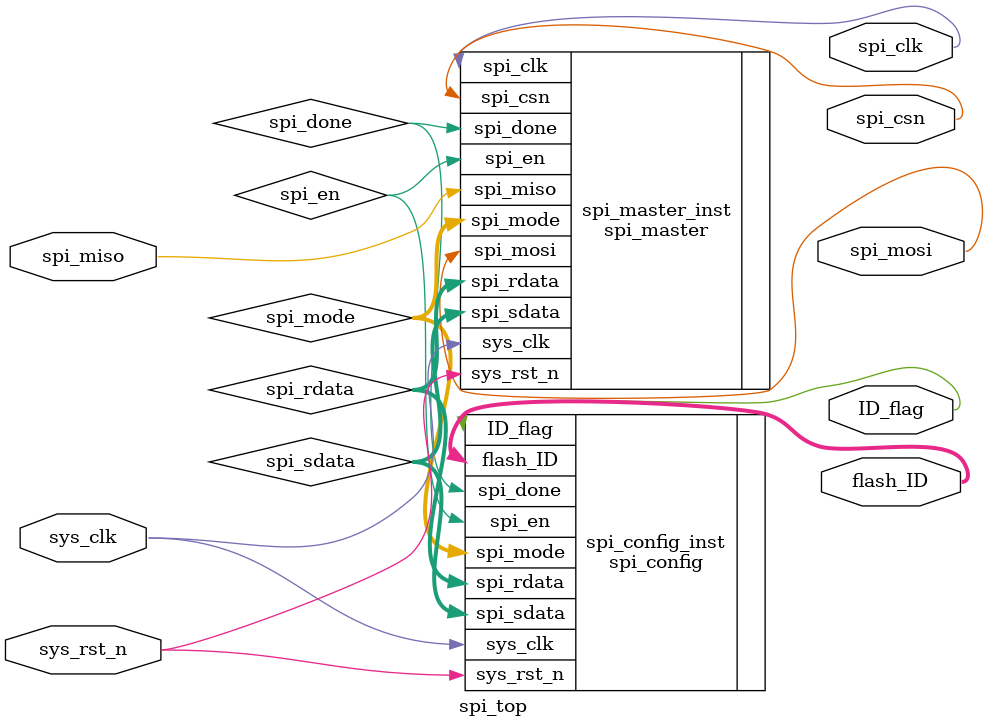
<source format=v>

module  spi_top(
        	//system signals
        input						sys_clk,//clock signal, 50M
        input                       sys_rst_n,//reset, active low 
        	//user

		output						spi_csn,
		output						spi_clk,
		output						spi_mosi,
		input						spi_miso,
		output						ID_flag,
		output		[7:0]			flash_ID
);

//========================================================================\
// =========== Define Parameter and Internal signals =========== 
//========================================================================/

wire			spi_en;
wire			spi_done;
wire	[1:0]	spi_mode;
wire	[15:0]	spi_sdata;
wire	[15:0]	spi_rdata;
//=============================================================================
//**************    Main Code   **************
//=============================================================================
spi_config	spi_config_inst(

.sys_clk     	(sys_clk), 
.sys_rst_n  	(sys_rst_n),  

.spi_done		(spi_done),    
.spi_rdata		(spi_rdata),  
.spi_en			(spi_en),      
.spi_sdata		(spi_sdata), 
.spi_mode		(spi_mode), 
.ID_flag		(ID_flag),
.flash_ID		(flash_ID)
);


spi_master	spi_master_inst(
.sys_clk		(sys_clk),
.sys_rst_n		(sys_rst_n),    

.spi_en			(spi_en),   
.spi_mode		(spi_mode), 
.spi_sdata		(spi_sdata),
.spi_rdata		(spi_rdata),
.spi_done		(spi_done),

.spi_csn		(spi_csn),	
.spi_clk		(spi_clk),
.spi_mosi		(spi_mosi), 
.spi_miso		(spi_miso)
);

endmodule
</source>
